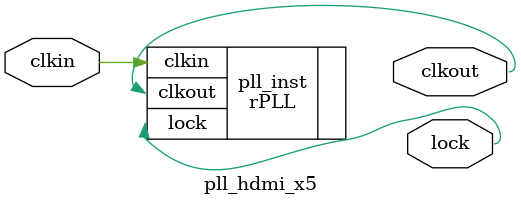
<source format=sv>

module pll_hdmi_x5 (
    input wire clkin,      // 27 MHz input clock
    output wire clkout,    // 371.25 MHz output clock for HDMI serializer
    output wire lock       // PLL lock indicator
);
    // In the actual implementation, this will be replaced with
    // a Gowin PLL IP Core generated with the Gowin IDE
    
    // For Tang 138K, we need to generate 371.25 MHz from 27 MHz
    // This requires a PLL with:
    // - Multiply factor: 371.25/27 = 13.75
    // - Can be implemented as 55/4 = 13.75
    
    // Placeholder for Gowin PLL IP
    rPLL pll_inst (
        .clkin(clkin),     // 27 MHz
        .clkout(clkout),   // 371.25 MHz
        .lock(lock)
    );

endmodule

</source>
